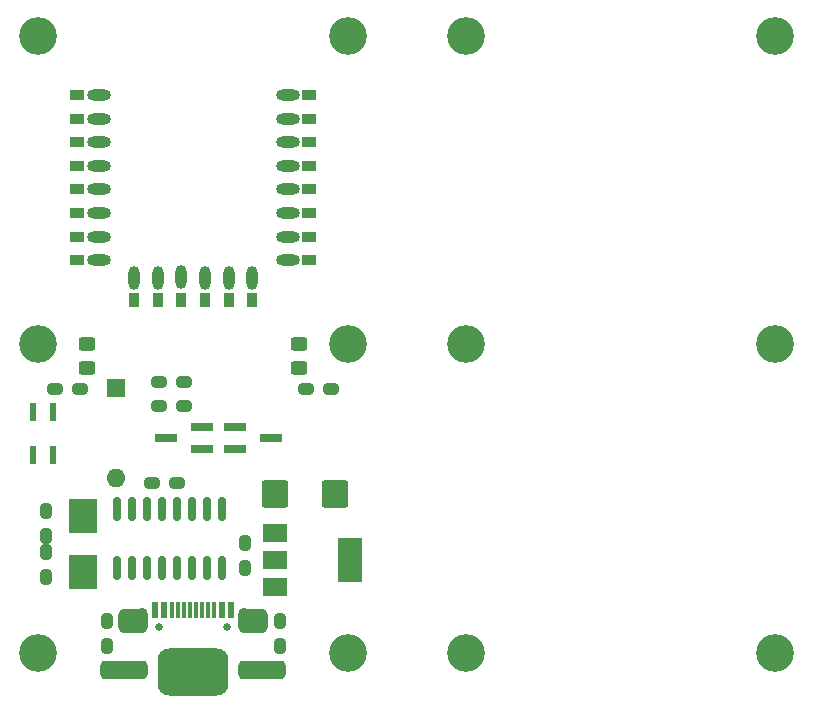
<source format=gbr>
%TF.GenerationSoftware,KiCad,Pcbnew,6.0.11+dfsg-1~bpo11+1*%
%TF.CreationDate,2023-06-28T15:38:28-04:00*%
%TF.ProjectId,ESP12,45535031-322e-46b6-9963-61645f706362,rev?*%
%TF.SameCoordinates,Original*%
%TF.FileFunction,Soldermask,Top*%
%TF.FilePolarity,Negative*%
%FSLAX46Y46*%
G04 Gerber Fmt 4.6, Leading zero omitted, Abs format (unit mm)*
G04 Created by KiCad (PCBNEW 6.0.11+dfsg-1~bpo11+1) date 2023-06-28 15:38:28*
%MOMM*%
%LPD*%
G01*
G04 APERTURE LIST*
G04 Aperture macros list*
%AMRoundRect*
0 Rectangle with rounded corners*
0 $1 Rounding radius*
0 $2 $3 $4 $5 $6 $7 $8 $9 X,Y pos of 4 corners*
0 Add a 4 corners polygon primitive as box body*
4,1,4,$2,$3,$4,$5,$6,$7,$8,$9,$2,$3,0*
0 Add four circle primitives for the rounded corners*
1,1,$1+$1,$2,$3*
1,1,$1+$1,$4,$5*
1,1,$1+$1,$6,$7*
1,1,$1+$1,$8,$9*
0 Add four rect primitives between the rounded corners*
20,1,$1+$1,$2,$3,$4,$5,0*
20,1,$1+$1,$4,$5,$6,$7,0*
20,1,$1+$1,$6,$7,$8,$9,0*
20,1,$1+$1,$8,$9,$2,$3,0*%
G04 Aperture macros list end*
%ADD10R,1.300000X0.900000*%
%ADD11O,2.000000X0.950000*%
%ADD12O,0.950000X2.000000*%
%ADD13R,0.900000X1.300000*%
%ADD14C,3.200000*%
%ADD15RoundRect,0.237500X-0.237500X0.400000X-0.237500X-0.400000X0.237500X-0.400000X0.237500X0.400000X0*%
%ADD16RoundRect,0.250000X0.875000X0.925000X-0.875000X0.925000X-0.875000X-0.925000X0.875000X-0.925000X0*%
%ADD17C,0.650000*%
%ADD18R,0.600000X1.450000*%
%ADD19R,0.300000X1.450000*%
%ADD20O,1.000000X2.100000*%
%ADD21RoundRect,0.525000X-0.725000X-0.525000X0.725000X-0.525000X0.725000X0.525000X-0.725000X0.525000X0*%
%ADD22RoundRect,0.400000X-1.600000X-0.400000X1.600000X-0.400000X1.600000X0.400000X-1.600000X0.400000X0*%
%ADD23O,1.000000X1.600000*%
%ADD24RoundRect,1.000000X2.000000X1.000000X-2.000000X1.000000X-2.000000X-1.000000X2.000000X-1.000000X0*%
%ADD25RoundRect,0.237500X-0.400000X-0.237500X0.400000X-0.237500X0.400000X0.237500X-0.400000X0.237500X0*%
%ADD26R,2.400000X3.000000*%
%ADD27R,1.900000X0.800000*%
%ADD28RoundRect,0.237500X0.237500X-0.400000X0.237500X0.400000X-0.237500X0.400000X-0.237500X-0.400000X0*%
%ADD29R,1.600000X1.600000*%
%ADD30O,1.600000X1.600000*%
%ADD31RoundRect,0.150000X-0.150000X0.825000X-0.150000X-0.825000X0.150000X-0.825000X0.150000X0.825000X0*%
%ADD32R,0.600000X1.600000*%
%ADD33RoundRect,0.237500X0.400000X0.237500X-0.400000X0.237500X-0.400000X-0.237500X0.400000X-0.237500X0*%
%ADD34RoundRect,0.250000X0.450000X-0.325000X0.450000X0.325000X-0.450000X0.325000X-0.450000X-0.325000X0*%
%ADD35R,2.000000X1.500000*%
%ADD36R,2.000000X3.800000*%
G04 APERTURE END LIST*
D10*
%TO.C,Um1*%
X140150000Y-72923046D03*
D11*
X142000000Y-72923046D03*
X142000000Y-74923046D03*
D10*
X140150000Y-74923046D03*
D11*
X142000000Y-76923046D03*
D10*
X140150000Y-76923046D03*
X140150000Y-78923046D03*
D11*
X142000000Y-78923046D03*
D10*
X140150000Y-80923046D03*
D11*
X142000000Y-80923046D03*
X142000000Y-82923046D03*
D10*
X140150000Y-82923046D03*
X140150000Y-84923046D03*
D11*
X142000000Y-84923046D03*
D10*
X140150000Y-86923046D03*
D11*
X142000000Y-86923046D03*
X158000000Y-86923046D03*
D10*
X159850000Y-86923046D03*
D11*
X158000000Y-84923046D03*
D10*
X159850000Y-84923046D03*
D11*
X158000000Y-82923046D03*
D10*
X159850000Y-82923046D03*
X159850000Y-80923046D03*
D11*
X158000000Y-80923046D03*
D10*
X159850000Y-78923046D03*
D11*
X158000000Y-78923046D03*
X158000000Y-76923046D03*
D10*
X159850000Y-76923046D03*
X159850000Y-74923046D03*
D11*
X158000000Y-74923046D03*
X158000000Y-72923046D03*
D10*
X159850000Y-72923046D03*
D12*
X145000000Y-88408046D03*
D13*
X145000000Y-90258046D03*
X147000000Y-90258046D03*
D12*
X147000000Y-88408046D03*
D13*
X149000000Y-90258046D03*
D12*
X149000000Y-88358046D03*
D13*
X151000000Y-90258046D03*
D12*
X151000000Y-88408046D03*
X153000000Y-88408046D03*
D13*
X153000000Y-90258046D03*
X155000000Y-90258046D03*
D12*
X155000000Y-88408046D03*
%TD*%
D14*
%TO.C,REF\u002A\u002A*%
X163108000Y-67919546D03*
%TD*%
D15*
%TO.C,C2*%
X137510000Y-108154955D03*
X137510000Y-110279955D03*
%TD*%
D16*
%TO.C,C5*%
X162055545Y-106722019D03*
X156955545Y-106722019D03*
%TD*%
D14*
%TO.C,REF\u002A\u002A*%
X136892000Y-120139455D03*
%TD*%
D17*
%TO.C,J1*%
X147110000Y-117947455D03*
X152890000Y-117947455D03*
D18*
X146750000Y-116502455D03*
X147550000Y-116502455D03*
D19*
X148750000Y-116502455D03*
X149750000Y-116502455D03*
X150250000Y-116502455D03*
X151250000Y-116502455D03*
D18*
X152450000Y-116502455D03*
X153250000Y-116502455D03*
X153250000Y-116502455D03*
X152450000Y-116502455D03*
D19*
X151750000Y-116502455D03*
X150750000Y-116502455D03*
X149250000Y-116502455D03*
X148250000Y-116502455D03*
D18*
X147550000Y-116502455D03*
X146750000Y-116502455D03*
D20*
X154320000Y-117417455D03*
D21*
X155096965Y-117429250D03*
D22*
X144153035Y-121597455D03*
D23*
X154320000Y-121597455D03*
X145680000Y-121597455D03*
D20*
X145680000Y-117417455D03*
D22*
X155846965Y-121597455D03*
D24*
X150000000Y-121817455D03*
D21*
X144903035Y-117429250D03*
%TD*%
D14*
%TO.C,REF\u002A\u002A*%
X199288000Y-94029455D03*
%TD*%
D25*
%TO.C,R2*%
X147091741Y-97233483D03*
X149216741Y-97233483D03*
%TD*%
D14*
%TO.C,REF\u002A\u002A*%
X163108000Y-120139455D03*
%TD*%
D26*
%TO.C,Y1*%
X140706663Y-113317455D03*
X140706663Y-108617455D03*
%TD*%
D14*
%TO.C,REF\u002A\u002A*%
X173072000Y-120139455D03*
%TD*%
D27*
%TO.C,Q1*%
X150721453Y-102940491D03*
X150721453Y-101040491D03*
X147721453Y-101990491D03*
%TD*%
D28*
%TO.C,R3*%
X142680000Y-119569955D03*
X142680000Y-117444955D03*
%TD*%
%TO.C,R4*%
X157320000Y-119569955D03*
X157320000Y-117444955D03*
%TD*%
D14*
%TO.C,REF\u002A\u002A*%
X136892000Y-94029455D03*
%TD*%
D29*
%TO.C,SW2*%
X143433000Y-97780491D03*
D30*
X143433000Y-105400491D03*
%TD*%
D28*
%TO.C,C4*%
X154387518Y-112993433D03*
X154387518Y-110868433D03*
%TD*%
D31*
%TO.C,U1*%
X152450000Y-108012455D03*
X151180000Y-108012455D03*
X149910000Y-108012455D03*
X148640000Y-108012455D03*
X147370000Y-108012455D03*
X146100000Y-108012455D03*
X144830000Y-108012455D03*
X143560000Y-108012455D03*
X143560000Y-112962455D03*
X144830000Y-112962455D03*
X146100000Y-112962455D03*
X147370000Y-112962455D03*
X148640000Y-112962455D03*
X149910000Y-112962455D03*
X151180000Y-112962455D03*
X152450000Y-112962455D03*
%TD*%
D25*
%TO.C,R5*%
X159537500Y-97862287D03*
X161662500Y-97862287D03*
%TD*%
D14*
%TO.C,REF\u002A\u002A*%
X173072000Y-67919546D03*
%TD*%
%TO.C,REF\u002A\u002A*%
X173072000Y-94029455D03*
%TD*%
D32*
%TO.C,SW1*%
X138150000Y-99740491D03*
X138150000Y-103440491D03*
X136450000Y-99740491D03*
X136450000Y-103440491D03*
%TD*%
D14*
%TO.C,REF\u002A\u002A*%
X136892000Y-67919546D03*
%TD*%
D27*
%TO.C,Q2*%
X153580000Y-101044172D03*
X153580000Y-102944172D03*
X156580000Y-101994172D03*
%TD*%
D33*
%TO.C,R6*%
X140462500Y-97862287D03*
X138337500Y-97862287D03*
%TD*%
D14*
%TO.C,REF\u002A\u002A*%
X199288000Y-67919546D03*
%TD*%
D34*
%TO.C,D1*%
X159000000Y-96050000D03*
X159000000Y-94000000D03*
%TD*%
D28*
%TO.C,C1*%
X137510000Y-113779955D03*
X137510000Y-111654955D03*
%TD*%
D34*
%TO.C,D2*%
X141000000Y-96050000D03*
X141000000Y-94000000D03*
%TD*%
D14*
%TO.C,REF\u002A\u002A*%
X199288000Y-120139455D03*
%TD*%
D35*
%TO.C,U2*%
X156955545Y-109973364D03*
X156955545Y-112273364D03*
D36*
X163255545Y-112273364D03*
D35*
X156955545Y-114573364D03*
%TD*%
D33*
%TO.C,C3*%
X148636090Y-105773720D03*
X146511090Y-105773720D03*
%TD*%
D25*
%TO.C,R1*%
X147091741Y-99262498D03*
X149216741Y-99262498D03*
%TD*%
D14*
%TO.C,REF\u002A\u002A*%
X163108000Y-94029455D03*
%TD*%
M02*

</source>
